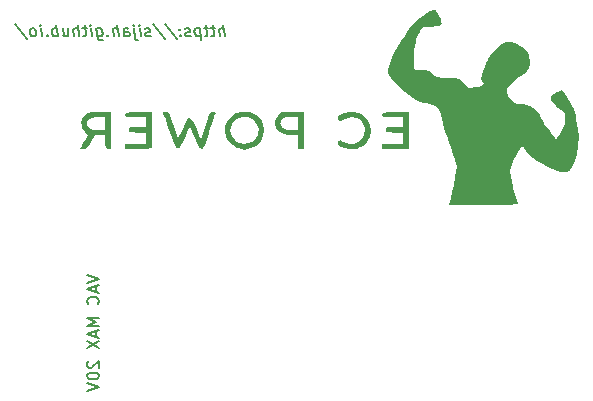
<source format=gbr>
%TF.GenerationSoftware,KiCad,Pcbnew,7.0.5*%
%TF.CreationDate,2023-07-04T22:36:34+05:30*%
%TF.ProjectId,BUCK_LOW_EMI,4255434b-5f4c-44f5-975f-454d492e6b69,rev?*%
%TF.SameCoordinates,Original*%
%TF.FileFunction,Legend,Bot*%
%TF.FilePolarity,Positive*%
%FSLAX46Y46*%
G04 Gerber Fmt 4.6, Leading zero omitted, Abs format (unit mm)*
G04 Created by KiCad (PCBNEW 7.0.5) date 2023-07-04 22:36:34*
%MOMM*%
%LPD*%
G01*
G04 APERTURE LIST*
%ADD10C,0.200000*%
%ADD11C,0.150000*%
G04 APERTURE END LIST*
D10*
X81236279Y-63867219D02*
X81111279Y-62867219D01*
X80807707Y-63867219D02*
X80742231Y-63343409D01*
X80742231Y-63343409D02*
X80777945Y-63248171D01*
X80777945Y-63248171D02*
X80867231Y-63200552D01*
X80867231Y-63200552D02*
X81010088Y-63200552D01*
X81010088Y-63200552D02*
X81111279Y-63248171D01*
X81111279Y-63248171D02*
X81164850Y-63295790D01*
X80391040Y-63200552D02*
X80010088Y-63200552D01*
X80206517Y-62867219D02*
X80313660Y-63724361D01*
X80313660Y-63724361D02*
X80277945Y-63819600D01*
X80277945Y-63819600D02*
X80188660Y-63867219D01*
X80188660Y-63867219D02*
X80093421Y-63867219D01*
X79819611Y-63200552D02*
X79438659Y-63200552D01*
X79635088Y-62867219D02*
X79742231Y-63724361D01*
X79742231Y-63724361D02*
X79706516Y-63819600D01*
X79706516Y-63819600D02*
X79617231Y-63867219D01*
X79617231Y-63867219D02*
X79521992Y-63867219D01*
X79105325Y-63200552D02*
X79230325Y-64200552D01*
X79111278Y-63248171D02*
X79010087Y-63200552D01*
X79010087Y-63200552D02*
X78819611Y-63200552D01*
X78819611Y-63200552D02*
X78730325Y-63248171D01*
X78730325Y-63248171D02*
X78688659Y-63295790D01*
X78688659Y-63295790D02*
X78652944Y-63391028D01*
X78652944Y-63391028D02*
X78688659Y-63676742D01*
X78688659Y-63676742D02*
X78748182Y-63771980D01*
X78748182Y-63771980D02*
X78801754Y-63819600D01*
X78801754Y-63819600D02*
X78902944Y-63867219D01*
X78902944Y-63867219D02*
X79093421Y-63867219D01*
X79093421Y-63867219D02*
X79182706Y-63819600D01*
X78325563Y-63819600D02*
X78236278Y-63867219D01*
X78236278Y-63867219D02*
X78045801Y-63867219D01*
X78045801Y-63867219D02*
X77944611Y-63819600D01*
X77944611Y-63819600D02*
X77885087Y-63724361D01*
X77885087Y-63724361D02*
X77879135Y-63676742D01*
X77879135Y-63676742D02*
X77914849Y-63581504D01*
X77914849Y-63581504D02*
X78004135Y-63533885D01*
X78004135Y-63533885D02*
X78146992Y-63533885D01*
X78146992Y-63533885D02*
X78236278Y-63486266D01*
X78236278Y-63486266D02*
X78271992Y-63391028D01*
X78271992Y-63391028D02*
X78266040Y-63343409D01*
X78266040Y-63343409D02*
X78206516Y-63248171D01*
X78206516Y-63248171D02*
X78105325Y-63200552D01*
X78105325Y-63200552D02*
X77962468Y-63200552D01*
X77962468Y-63200552D02*
X77873182Y-63248171D01*
X77462468Y-63771980D02*
X77420801Y-63819600D01*
X77420801Y-63819600D02*
X77474373Y-63867219D01*
X77474373Y-63867219D02*
X77516039Y-63819600D01*
X77516039Y-63819600D02*
X77462468Y-63771980D01*
X77462468Y-63771980D02*
X77474373Y-63867219D01*
X77396992Y-63248171D02*
X77355325Y-63295790D01*
X77355325Y-63295790D02*
X77408896Y-63343409D01*
X77408896Y-63343409D02*
X77450563Y-63295790D01*
X77450563Y-63295790D02*
X77396992Y-63248171D01*
X77396992Y-63248171D02*
X77408896Y-63343409D01*
X76152945Y-62819600D02*
X77170802Y-64105314D01*
X75105326Y-62819600D02*
X76123183Y-64105314D01*
X74944611Y-63819600D02*
X74855326Y-63867219D01*
X74855326Y-63867219D02*
X74664849Y-63867219D01*
X74664849Y-63867219D02*
X74563659Y-63819600D01*
X74563659Y-63819600D02*
X74504135Y-63724361D01*
X74504135Y-63724361D02*
X74498183Y-63676742D01*
X74498183Y-63676742D02*
X74533897Y-63581504D01*
X74533897Y-63581504D02*
X74623183Y-63533885D01*
X74623183Y-63533885D02*
X74766040Y-63533885D01*
X74766040Y-63533885D02*
X74855326Y-63486266D01*
X74855326Y-63486266D02*
X74891040Y-63391028D01*
X74891040Y-63391028D02*
X74885088Y-63343409D01*
X74885088Y-63343409D02*
X74825564Y-63248171D01*
X74825564Y-63248171D02*
X74724373Y-63200552D01*
X74724373Y-63200552D02*
X74581516Y-63200552D01*
X74581516Y-63200552D02*
X74492230Y-63248171D01*
X74093421Y-63867219D02*
X74010087Y-63200552D01*
X73968421Y-62867219D02*
X74021992Y-62914838D01*
X74021992Y-62914838D02*
X73980325Y-62962457D01*
X73980325Y-62962457D02*
X73926754Y-62914838D01*
X73926754Y-62914838D02*
X73968421Y-62867219D01*
X73968421Y-62867219D02*
X73980325Y-62962457D01*
X73533897Y-63200552D02*
X73641040Y-64057695D01*
X73641040Y-64057695D02*
X73700564Y-64152933D01*
X73700564Y-64152933D02*
X73801754Y-64200552D01*
X73801754Y-64200552D02*
X73849374Y-64200552D01*
X73492231Y-62867219D02*
X73545802Y-62914838D01*
X73545802Y-62914838D02*
X73504135Y-62962457D01*
X73504135Y-62962457D02*
X73450564Y-62914838D01*
X73450564Y-62914838D02*
X73492231Y-62867219D01*
X73492231Y-62867219D02*
X73504135Y-62962457D01*
X72712469Y-63867219D02*
X72646993Y-63343409D01*
X72646993Y-63343409D02*
X72682707Y-63248171D01*
X72682707Y-63248171D02*
X72771993Y-63200552D01*
X72771993Y-63200552D02*
X72962469Y-63200552D01*
X72962469Y-63200552D02*
X73063660Y-63248171D01*
X72706517Y-63819600D02*
X72807707Y-63867219D01*
X72807707Y-63867219D02*
X73045803Y-63867219D01*
X73045803Y-63867219D02*
X73135088Y-63819600D01*
X73135088Y-63819600D02*
X73170803Y-63724361D01*
X73170803Y-63724361D02*
X73158898Y-63629123D01*
X73158898Y-63629123D02*
X73099374Y-63533885D01*
X73099374Y-63533885D02*
X72998184Y-63486266D01*
X72998184Y-63486266D02*
X72760088Y-63486266D01*
X72760088Y-63486266D02*
X72658898Y-63438647D01*
X72236279Y-63867219D02*
X72111279Y-62867219D01*
X71807707Y-63867219D02*
X71742231Y-63343409D01*
X71742231Y-63343409D02*
X71777945Y-63248171D01*
X71777945Y-63248171D02*
X71867231Y-63200552D01*
X71867231Y-63200552D02*
X72010088Y-63200552D01*
X72010088Y-63200552D02*
X72111279Y-63248171D01*
X72111279Y-63248171D02*
X72164850Y-63295790D01*
X71319612Y-63771980D02*
X71277945Y-63819600D01*
X71277945Y-63819600D02*
X71331517Y-63867219D01*
X71331517Y-63867219D02*
X71373183Y-63819600D01*
X71373183Y-63819600D02*
X71319612Y-63771980D01*
X71319612Y-63771980D02*
X71331517Y-63867219D01*
X70343422Y-63200552D02*
X70444612Y-64010076D01*
X70444612Y-64010076D02*
X70504136Y-64105314D01*
X70504136Y-64105314D02*
X70557708Y-64152933D01*
X70557708Y-64152933D02*
X70658898Y-64200552D01*
X70658898Y-64200552D02*
X70801755Y-64200552D01*
X70801755Y-64200552D02*
X70891041Y-64152933D01*
X70420803Y-63819600D02*
X70521993Y-63867219D01*
X70521993Y-63867219D02*
X70712470Y-63867219D01*
X70712470Y-63867219D02*
X70801755Y-63819600D01*
X70801755Y-63819600D02*
X70843422Y-63771980D01*
X70843422Y-63771980D02*
X70879136Y-63676742D01*
X70879136Y-63676742D02*
X70843422Y-63391028D01*
X70843422Y-63391028D02*
X70783898Y-63295790D01*
X70783898Y-63295790D02*
X70730327Y-63248171D01*
X70730327Y-63248171D02*
X70629136Y-63200552D01*
X70629136Y-63200552D02*
X70438660Y-63200552D01*
X70438660Y-63200552D02*
X70349374Y-63248171D01*
X69950565Y-63867219D02*
X69867231Y-63200552D01*
X69825565Y-62867219D02*
X69879136Y-62914838D01*
X69879136Y-62914838D02*
X69837469Y-62962457D01*
X69837469Y-62962457D02*
X69783898Y-62914838D01*
X69783898Y-62914838D02*
X69825565Y-62867219D01*
X69825565Y-62867219D02*
X69837469Y-62962457D01*
X69533898Y-63200552D02*
X69152946Y-63200552D01*
X69349375Y-62867219D02*
X69456518Y-63724361D01*
X69456518Y-63724361D02*
X69420803Y-63819600D01*
X69420803Y-63819600D02*
X69331518Y-63867219D01*
X69331518Y-63867219D02*
X69236279Y-63867219D01*
X68902946Y-63867219D02*
X68777946Y-62867219D01*
X68474374Y-63867219D02*
X68408898Y-63343409D01*
X68408898Y-63343409D02*
X68444612Y-63248171D01*
X68444612Y-63248171D02*
X68533898Y-63200552D01*
X68533898Y-63200552D02*
X68676755Y-63200552D01*
X68676755Y-63200552D02*
X68777946Y-63248171D01*
X68777946Y-63248171D02*
X68831517Y-63295790D01*
X67486279Y-63200552D02*
X67569612Y-63867219D01*
X67914850Y-63200552D02*
X67980327Y-63724361D01*
X67980327Y-63724361D02*
X67944612Y-63819600D01*
X67944612Y-63819600D02*
X67855327Y-63867219D01*
X67855327Y-63867219D02*
X67712469Y-63867219D01*
X67712469Y-63867219D02*
X67611279Y-63819600D01*
X67611279Y-63819600D02*
X67557707Y-63771980D01*
X67093422Y-63867219D02*
X66968422Y-62867219D01*
X67016041Y-63248171D02*
X66914850Y-63200552D01*
X66914850Y-63200552D02*
X66724374Y-63200552D01*
X66724374Y-63200552D02*
X66635088Y-63248171D01*
X66635088Y-63248171D02*
X66593422Y-63295790D01*
X66593422Y-63295790D02*
X66557707Y-63391028D01*
X66557707Y-63391028D02*
X66593422Y-63676742D01*
X66593422Y-63676742D02*
X66652945Y-63771980D01*
X66652945Y-63771980D02*
X66706517Y-63819600D01*
X66706517Y-63819600D02*
X66807707Y-63867219D01*
X66807707Y-63867219D02*
X66998184Y-63867219D01*
X66998184Y-63867219D02*
X67087469Y-63819600D01*
X66176755Y-63771980D02*
X66135088Y-63819600D01*
X66135088Y-63819600D02*
X66188660Y-63867219D01*
X66188660Y-63867219D02*
X66230326Y-63819600D01*
X66230326Y-63819600D02*
X66176755Y-63771980D01*
X66176755Y-63771980D02*
X66188660Y-63867219D01*
X65712470Y-63867219D02*
X65629136Y-63200552D01*
X65587470Y-62867219D02*
X65641041Y-62914838D01*
X65641041Y-62914838D02*
X65599374Y-62962457D01*
X65599374Y-62962457D02*
X65545803Y-62914838D01*
X65545803Y-62914838D02*
X65587470Y-62867219D01*
X65587470Y-62867219D02*
X65599374Y-62962457D01*
X65093423Y-63867219D02*
X65182708Y-63819600D01*
X65182708Y-63819600D02*
X65224375Y-63771980D01*
X65224375Y-63771980D02*
X65260089Y-63676742D01*
X65260089Y-63676742D02*
X65224375Y-63391028D01*
X65224375Y-63391028D02*
X65164851Y-63295790D01*
X65164851Y-63295790D02*
X65111280Y-63248171D01*
X65111280Y-63248171D02*
X65010089Y-63200552D01*
X65010089Y-63200552D02*
X64867232Y-63200552D01*
X64867232Y-63200552D02*
X64777946Y-63248171D01*
X64777946Y-63248171D02*
X64736280Y-63295790D01*
X64736280Y-63295790D02*
X64700565Y-63391028D01*
X64700565Y-63391028D02*
X64736280Y-63676742D01*
X64736280Y-63676742D02*
X64795803Y-63771980D01*
X64795803Y-63771980D02*
X64849375Y-63819600D01*
X64849375Y-63819600D02*
X64950565Y-63867219D01*
X64950565Y-63867219D02*
X65093423Y-63867219D01*
X63486280Y-62819600D02*
X64504137Y-64105314D01*
D11*
X69569819Y-84093922D02*
X70569819Y-84427255D01*
X70569819Y-84427255D02*
X69569819Y-84760588D01*
X70284104Y-85046303D02*
X70284104Y-85522493D01*
X70569819Y-84951065D02*
X69569819Y-85284398D01*
X69569819Y-85284398D02*
X70569819Y-85617731D01*
X70474580Y-86522493D02*
X70522200Y-86474874D01*
X70522200Y-86474874D02*
X70569819Y-86332017D01*
X70569819Y-86332017D02*
X70569819Y-86236779D01*
X70569819Y-86236779D02*
X70522200Y-86093922D01*
X70522200Y-86093922D02*
X70426961Y-85998684D01*
X70426961Y-85998684D02*
X70331723Y-85951065D01*
X70331723Y-85951065D02*
X70141247Y-85903446D01*
X70141247Y-85903446D02*
X69998390Y-85903446D01*
X69998390Y-85903446D02*
X69807914Y-85951065D01*
X69807914Y-85951065D02*
X69712676Y-85998684D01*
X69712676Y-85998684D02*
X69617438Y-86093922D01*
X69617438Y-86093922D02*
X69569819Y-86236779D01*
X69569819Y-86236779D02*
X69569819Y-86332017D01*
X69569819Y-86332017D02*
X69617438Y-86474874D01*
X69617438Y-86474874D02*
X69665057Y-86522493D01*
X70569819Y-87712970D02*
X69569819Y-87712970D01*
X69569819Y-87712970D02*
X70284104Y-88046303D01*
X70284104Y-88046303D02*
X69569819Y-88379636D01*
X69569819Y-88379636D02*
X70569819Y-88379636D01*
X70284104Y-88808208D02*
X70284104Y-89284398D01*
X70569819Y-88712970D02*
X69569819Y-89046303D01*
X69569819Y-89046303D02*
X70569819Y-89379636D01*
X69569819Y-89617732D02*
X70569819Y-90284398D01*
X69569819Y-90284398D02*
X70569819Y-89617732D01*
X69665057Y-91379637D02*
X69617438Y-91427256D01*
X69617438Y-91427256D02*
X69569819Y-91522494D01*
X69569819Y-91522494D02*
X69569819Y-91760589D01*
X69569819Y-91760589D02*
X69617438Y-91855827D01*
X69617438Y-91855827D02*
X69665057Y-91903446D01*
X69665057Y-91903446D02*
X69760295Y-91951065D01*
X69760295Y-91951065D02*
X69855533Y-91951065D01*
X69855533Y-91951065D02*
X69998390Y-91903446D01*
X69998390Y-91903446D02*
X70569819Y-91332018D01*
X70569819Y-91332018D02*
X70569819Y-91951065D01*
X69569819Y-92570113D02*
X69569819Y-92665351D01*
X69569819Y-92665351D02*
X69617438Y-92760589D01*
X69617438Y-92760589D02*
X69665057Y-92808208D01*
X69665057Y-92808208D02*
X69760295Y-92855827D01*
X69760295Y-92855827D02*
X69950771Y-92903446D01*
X69950771Y-92903446D02*
X70188866Y-92903446D01*
X70188866Y-92903446D02*
X70379342Y-92855827D01*
X70379342Y-92855827D02*
X70474580Y-92808208D01*
X70474580Y-92808208D02*
X70522200Y-92760589D01*
X70522200Y-92760589D02*
X70569819Y-92665351D01*
X70569819Y-92665351D02*
X70569819Y-92570113D01*
X70569819Y-92570113D02*
X70522200Y-92474875D01*
X70522200Y-92474875D02*
X70474580Y-92427256D01*
X70474580Y-92427256D02*
X70379342Y-92379637D01*
X70379342Y-92379637D02*
X70188866Y-92332018D01*
X70188866Y-92332018D02*
X69950771Y-92332018D01*
X69950771Y-92332018D02*
X69760295Y-92379637D01*
X69760295Y-92379637D02*
X69665057Y-92427256D01*
X69665057Y-92427256D02*
X69617438Y-92474875D01*
X69617438Y-92474875D02*
X69569819Y-92570113D01*
X69569819Y-93189161D02*
X70569819Y-93522494D01*
X70569819Y-93522494D02*
X69569819Y-93855827D01*
%TO.C,G\u002A\u002A\u002A*%
G36*
X99074269Y-61676373D02*
G01*
X99115942Y-61703410D01*
X99240917Y-61862692D01*
X99374110Y-62107584D01*
X99490557Y-62382087D01*
X99565293Y-62630198D01*
X99573354Y-62795919D01*
X99539486Y-62859253D01*
X99463342Y-62912238D01*
X99320600Y-62956725D01*
X99085731Y-62998461D01*
X98733208Y-63043193D01*
X98237500Y-63096668D01*
X98064661Y-63115483D01*
X97935682Y-63131417D01*
X97927850Y-63133887D01*
X97840512Y-63234862D01*
X97717881Y-63455770D01*
X97577861Y-63761182D01*
X97438354Y-64115667D01*
X97386101Y-64322543D01*
X97329726Y-64658421D01*
X97277960Y-65070855D01*
X97237583Y-65512667D01*
X97218535Y-65781014D01*
X97198788Y-66190354D01*
X97211768Y-66466877D01*
X97268912Y-66634274D01*
X97381655Y-66716237D01*
X97561434Y-66736461D01*
X97819684Y-66718636D01*
X98239053Y-66742845D01*
X98685954Y-66907839D01*
X99054956Y-67196990D01*
X99088450Y-67231760D01*
X99195104Y-67306624D01*
X99348681Y-67350152D01*
X99589933Y-67370377D01*
X99959611Y-67375333D01*
X100393595Y-67384864D01*
X100750738Y-67426833D01*
X101029377Y-67517081D01*
X101276509Y-67671383D01*
X101539126Y-67905512D01*
X101898585Y-68256522D01*
X102460561Y-68160260D01*
X102643481Y-68126764D01*
X102950085Y-68049789D01*
X103109303Y-67963714D01*
X103136327Y-67857083D01*
X103046349Y-67718437D01*
X102964358Y-67607744D01*
X102936482Y-67458424D01*
X102985752Y-67229603D01*
X103005332Y-67161647D01*
X103095972Y-66846327D01*
X103187170Y-66528230D01*
X103213413Y-66444912D01*
X103341137Y-66136258D01*
X103486834Y-65880160D01*
X103519771Y-65833027D01*
X103632741Y-65651613D01*
X103679424Y-65541930D01*
X103686384Y-65523176D01*
X103775643Y-65399067D01*
X103945990Y-65198085D01*
X104169767Y-64953428D01*
X104173023Y-64949982D01*
X104436761Y-64683624D01*
X104638917Y-64519491D01*
X104823747Y-64428312D01*
X105035510Y-64380814D01*
X105087802Y-64373783D01*
X105517924Y-64377200D01*
X105940555Y-64504436D01*
X106399803Y-64768009D01*
X106667444Y-64975462D01*
X106864539Y-65217842D01*
X106977629Y-65520099D01*
X107036001Y-65936000D01*
X107040501Y-66231100D01*
X106976915Y-66519009D01*
X106819446Y-66776369D01*
X106547398Y-67035339D01*
X106140074Y-67328076D01*
X105707791Y-67641801D01*
X105353349Y-67979238D01*
X105156870Y-68295639D01*
X105114803Y-68601179D01*
X105223599Y-68906031D01*
X105479705Y-69220372D01*
X105647471Y-69378451D01*
X105829701Y-69508782D01*
X106016129Y-69564748D01*
X106274370Y-69576667D01*
X106572064Y-69600731D01*
X107088512Y-69765925D01*
X107538090Y-70074717D01*
X107894067Y-70511678D01*
X108021257Y-70737421D01*
X108152665Y-71010710D01*
X108222763Y-71209565D01*
X108245145Y-71277564D01*
X108378701Y-71492056D01*
X108576422Y-71696619D01*
X108634426Y-71747708D01*
X108871845Y-72011067D01*
X109055895Y-72290367D01*
X109230673Y-72632960D01*
X109505015Y-72250945D01*
X109610614Y-72098713D01*
X109855600Y-71666598D01*
X109987769Y-71257082D01*
X110027334Y-70814579D01*
X110025419Y-70667601D01*
X109999010Y-70440133D01*
X109921286Y-70284555D01*
X109766838Y-70134526D01*
X109711781Y-70089292D01*
X109543464Y-69965170D01*
X109446100Y-69915333D01*
X109389691Y-69878753D01*
X109250656Y-69742112D01*
X109071285Y-69539001D01*
X108950097Y-69389778D01*
X108836614Y-69217256D01*
X108810076Y-69088128D01*
X108852109Y-68953293D01*
X108872092Y-68916646D01*
X109062354Y-68733361D01*
X109380157Y-68564114D01*
X109394617Y-68558079D01*
X109574930Y-68481916D01*
X109708331Y-68442498D01*
X109817343Y-68457790D01*
X109924491Y-68545755D01*
X110052298Y-68724357D01*
X110223290Y-69011560D01*
X110459989Y-69425330D01*
X110511690Y-69515750D01*
X110654697Y-69774854D01*
X110763930Y-70001755D01*
X110848714Y-70229800D01*
X110918377Y-70492334D01*
X110982248Y-70822704D01*
X111049652Y-71254255D01*
X111129919Y-71820333D01*
X111173582Y-72303655D01*
X111150035Y-73116001D01*
X111013310Y-73898756D01*
X110770372Y-74598117D01*
X110755409Y-74630330D01*
X110606029Y-74918060D01*
X110463475Y-75141381D01*
X110356751Y-75254283D01*
X110071935Y-75342130D01*
X109664880Y-75325459D01*
X109162957Y-75182888D01*
X108558615Y-74912984D01*
X108124727Y-74684509D01*
X107671800Y-74414355D01*
X107316838Y-74152325D01*
X107024649Y-73871662D01*
X106760041Y-73545611D01*
X106446582Y-73118594D01*
X106250452Y-73358464D01*
X106236767Y-73375468D01*
X106048155Y-73650182D01*
X105844479Y-74004250D01*
X105653486Y-74382948D01*
X105502923Y-74731551D01*
X105420535Y-74995333D01*
X105419475Y-75001028D01*
X105408355Y-75269257D01*
X105440248Y-75653086D01*
X105507467Y-76107932D01*
X105602326Y-76589214D01*
X105717139Y-77052352D01*
X105844220Y-77452763D01*
X105847613Y-77461970D01*
X105948690Y-77744714D01*
X106020611Y-77961692D01*
X106048000Y-78066596D01*
X105990684Y-78078674D01*
X105782431Y-78092064D01*
X105440222Y-78103924D01*
X104983321Y-78113852D01*
X104430995Y-78121443D01*
X103802508Y-78126293D01*
X103117126Y-78128000D01*
X100186251Y-78128000D01*
X100241573Y-77937500D01*
X100265102Y-77853031D01*
X100351153Y-77511112D01*
X100460900Y-77039099D01*
X100588232Y-76463755D01*
X100727035Y-75811846D01*
X100919294Y-74892692D01*
X100725367Y-74372513D01*
X100689415Y-74274252D01*
X100562309Y-73909822D01*
X100419537Y-73481970D01*
X100285721Y-73063981D01*
X100234497Y-72902803D01*
X100100585Y-72504109D01*
X99970301Y-72142986D01*
X99865815Y-71881847D01*
X99767108Y-71602729D01*
X99669373Y-71229085D01*
X99596957Y-70849867D01*
X99520234Y-70463593D01*
X99376928Y-70108323D01*
X99152220Y-69856262D01*
X98816938Y-69676964D01*
X98341911Y-69539982D01*
X98150958Y-69495168D01*
X97758846Y-69386578D01*
X97427531Y-69258448D01*
X97122097Y-69089602D01*
X96807628Y-68858869D01*
X96449208Y-68545075D01*
X96011921Y-68127046D01*
X95895036Y-68012723D01*
X95538328Y-67657337D01*
X95287376Y-67382271D01*
X95129578Y-67158171D01*
X95052329Y-66955683D01*
X95043028Y-66745451D01*
X95089072Y-66498122D01*
X95177858Y-66184341D01*
X95207287Y-66089570D01*
X95475795Y-65422048D01*
X95860332Y-64703676D01*
X96340400Y-63973437D01*
X96438123Y-63836316D01*
X96653903Y-63523417D01*
X96831068Y-63253169D01*
X96938584Y-63072321D01*
X97042169Y-62928366D01*
X97256613Y-62711199D01*
X97515328Y-62501453D01*
X97729738Y-62343768D01*
X97992174Y-62140422D01*
X98180374Y-61982735D01*
X98300329Y-61889154D01*
X98577172Y-61743685D01*
X98856834Y-61665327D01*
X99074269Y-61676373D01*
G37*
G36*
X92559322Y-70344053D02*
G01*
X92728053Y-70426662D01*
X93053221Y-70687090D01*
X93331097Y-71032501D01*
X93525354Y-71412827D01*
X93599669Y-71778000D01*
X93597448Y-71873408D01*
X93497774Y-72357352D01*
X93267846Y-72786295D01*
X92931791Y-73125524D01*
X92513735Y-73340328D01*
X92432965Y-73363052D01*
X92080733Y-73413869D01*
X91721475Y-73402610D01*
X91384582Y-73339371D01*
X91099448Y-73234244D01*
X90895463Y-73097323D01*
X90802021Y-72938702D01*
X90848514Y-72768474D01*
X90873931Y-72734539D01*
X90952629Y-72666128D01*
X91056352Y-72683428D01*
X91243680Y-72789564D01*
X91343477Y-72844733D01*
X91750487Y-72967829D01*
X92152379Y-72950403D01*
X92518399Y-72808850D01*
X92817792Y-72559564D01*
X93019806Y-72218940D01*
X93093684Y-71803371D01*
X93082441Y-71644543D01*
X92956316Y-71272122D01*
X92715632Y-70980041D01*
X92392346Y-70783573D01*
X92018417Y-70697990D01*
X91625799Y-70738564D01*
X91246451Y-70920569D01*
X91199988Y-70953512D01*
X91051998Y-71043388D01*
X90958795Y-71036256D01*
X90853193Y-70934492D01*
X90779230Y-70832570D01*
X90769795Y-70696034D01*
X90898304Y-70564486D01*
X91178279Y-70416377D01*
X91304600Y-70366717D01*
X91730095Y-70274794D01*
X92175388Y-70265822D01*
X92559322Y-70344053D01*
G37*
G36*
X84542667Y-71820333D02*
G01*
X84466501Y-72336550D01*
X84246615Y-72775922D01*
X83896903Y-73118264D01*
X83431256Y-73344524D01*
X83135284Y-73428615D01*
X82911095Y-73457485D01*
X82684009Y-73430112D01*
X82375558Y-73346653D01*
X82281428Y-73315052D01*
X81879079Y-73097085D01*
X81545330Y-72786878D01*
X81330527Y-72428655D01*
X81284377Y-72268893D01*
X81248537Y-71910242D01*
X81700012Y-71910242D01*
X81814961Y-72305340D01*
X82089205Y-72668792D01*
X82097307Y-72676512D01*
X82289037Y-72824072D01*
X82509300Y-72903447D01*
X82828081Y-72940360D01*
X83136611Y-72937454D01*
X83515993Y-72835531D01*
X83797408Y-72605441D01*
X83999853Y-72235762D01*
X84029867Y-72149421D01*
X84083893Y-71725765D01*
X83971368Y-71332623D01*
X83692331Y-70970151D01*
X83564833Y-70857526D01*
X83406324Y-70768038D01*
X83202551Y-70728535D01*
X82891667Y-70719667D01*
X82644400Y-70724285D01*
X82420194Y-70754528D01*
X82256344Y-70830034D01*
X82091004Y-70970151D01*
X81947884Y-71127987D01*
X81744328Y-71509218D01*
X81700012Y-71910242D01*
X81248537Y-71910242D01*
X81244236Y-71867197D01*
X81280341Y-71451708D01*
X81388965Y-71106687D01*
X81420644Y-71047680D01*
X81732595Y-70658280D01*
X82146486Y-70393157D01*
X82632910Y-70272042D01*
X82865741Y-70258525D01*
X83323028Y-70284582D01*
X83689131Y-70400399D01*
X84006756Y-70616687D01*
X84274068Y-70905977D01*
X84477830Y-71321648D01*
X84530372Y-71725765D01*
X84542667Y-71820333D01*
G37*
G36*
X96823154Y-73386667D02*
G01*
X94533334Y-73386667D01*
X94533334Y-72963333D01*
X96311334Y-72963333D01*
X96311334Y-72038592D01*
X95570500Y-72014129D01*
X95557715Y-72013707D01*
X95207581Y-71999942D01*
X94992723Y-71980011D01*
X94880127Y-71943392D01*
X94836780Y-71879563D01*
X94829667Y-71778000D01*
X94829669Y-71774347D01*
X94837381Y-71674054D01*
X94882306Y-71611182D01*
X94997458Y-71575210D01*
X95215852Y-71555613D01*
X95570500Y-71541870D01*
X96311334Y-71517407D01*
X96311334Y-70677333D01*
X95416445Y-70677333D01*
X95184691Y-70677078D01*
X94866506Y-70672724D01*
X94672930Y-70657916D01*
X94574840Y-70626260D01*
X94543108Y-70571364D01*
X94548612Y-70486833D01*
X94550012Y-70477167D01*
X94569084Y-70402357D01*
X94618571Y-70351673D01*
X94726256Y-70320422D01*
X94919922Y-70303910D01*
X95227354Y-70297445D01*
X95676334Y-70296333D01*
X96777000Y-70296333D01*
X96823154Y-73386667D01*
G37*
G36*
X87933154Y-73386667D02*
G01*
X87421334Y-73386667D01*
X87421334Y-72201333D01*
X86824463Y-72201333D01*
X86476605Y-72184732D01*
X86028541Y-72085648D01*
X85716274Y-71893266D01*
X85533522Y-71602975D01*
X85476652Y-71227667D01*
X85897334Y-71227667D01*
X85897832Y-71237505D01*
X85963244Y-71391760D01*
X86105152Y-71570182D01*
X86192046Y-71648715D01*
X86341007Y-71730655D01*
X86547500Y-71768692D01*
X86867152Y-71778000D01*
X87421334Y-71778000D01*
X87421334Y-70677333D01*
X86867152Y-70677333D01*
X86654594Y-70680468D01*
X86410956Y-70705602D01*
X86246352Y-70768772D01*
X86105152Y-70885151D01*
X86090741Y-70899885D01*
X85953670Y-71079353D01*
X85897334Y-71227667D01*
X85476652Y-71227667D01*
X85474000Y-71210163D01*
X85477344Y-71102761D01*
X85542762Y-70827353D01*
X85720860Y-70572836D01*
X85967720Y-70296333D01*
X87887000Y-70296333D01*
X87909129Y-71778000D01*
X87933154Y-73386667D01*
G37*
G36*
X80418033Y-70279012D02*
G01*
X80459470Y-70359833D01*
X80425886Y-70456861D01*
X80345298Y-70690951D01*
X80228005Y-71032207D01*
X80083492Y-71453033D01*
X79921245Y-71925833D01*
X79870024Y-72074847D01*
X79674538Y-72629225D01*
X79516813Y-73029219D01*
X79385159Y-73280306D01*
X79267885Y-73387962D01*
X79153301Y-73357662D01*
X79029718Y-73194882D01*
X78885445Y-72905100D01*
X78708792Y-72493790D01*
X78570374Y-72170508D01*
X78433099Y-71866257D01*
X78328642Y-71652864D01*
X78272480Y-71563333D01*
X78219012Y-71617575D01*
X78116134Y-71799991D01*
X77979485Y-72081917D01*
X77824062Y-72434230D01*
X77677601Y-72773146D01*
X77541119Y-73060523D01*
X77435431Y-73234854D01*
X77344879Y-73321128D01*
X77253807Y-73344333D01*
X77209888Y-73338973D01*
X77141329Y-73298336D01*
X77067948Y-73200199D01*
X76979959Y-73023946D01*
X76867578Y-72748960D01*
X76721022Y-72354628D01*
X76530506Y-71820333D01*
X76518389Y-71786007D01*
X76352157Y-71314036D01*
X76207710Y-70902059D01*
X76093731Y-70574984D01*
X76018903Y-70357717D01*
X75991906Y-70275167D01*
X76060613Y-70260409D01*
X76233948Y-70254000D01*
X76327759Y-70259705D01*
X76411261Y-70295173D01*
X76487471Y-70386545D01*
X76571816Y-70559934D01*
X76679722Y-70841450D01*
X76826615Y-71257208D01*
X76837671Y-71288937D01*
X76969726Y-71675476D01*
X77077469Y-72004259D01*
X77150061Y-72241366D01*
X77176667Y-72352878D01*
X77178482Y-72373835D01*
X77254469Y-72493424D01*
X77292469Y-72470460D01*
X77384241Y-72323316D01*
X77506225Y-72069835D01*
X77642443Y-71741000D01*
X77813538Y-71323704D01*
X77989826Y-70977834D01*
X78147490Y-70795542D01*
X78298320Y-70776345D01*
X78454101Y-70919762D01*
X78626621Y-71225311D01*
X78827667Y-71692508D01*
X78942730Y-71973904D01*
X79068561Y-72265883D01*
X79162045Y-72464406D01*
X79208667Y-72537292D01*
X79217740Y-72526604D01*
X79272913Y-72398300D01*
X79364349Y-72147667D01*
X79481781Y-71803574D01*
X79614943Y-71394885D01*
X79691097Y-71156551D01*
X79815120Y-70777546D01*
X79907948Y-70523005D01*
X79983107Y-70368154D01*
X80054124Y-70288219D01*
X80134525Y-70258426D01*
X80237835Y-70254000D01*
X80418033Y-70279012D01*
G37*
G36*
X75040963Y-71732558D02*
G01*
X75045461Y-72095765D01*
X75046842Y-72538921D01*
X75043226Y-72903873D01*
X75034975Y-73160262D01*
X75022453Y-73277724D01*
X75010608Y-73295404D01*
X74911887Y-73338147D01*
X74703251Y-73366353D01*
X74364973Y-73381901D01*
X73877324Y-73386667D01*
X72774000Y-73386667D01*
X72774000Y-72963333D01*
X74552000Y-72963333D01*
X74552000Y-72038592D01*
X73811167Y-72014129D01*
X73798382Y-72013707D01*
X73448248Y-71999942D01*
X73233389Y-71980011D01*
X73120794Y-71943392D01*
X73077446Y-71879563D01*
X73070334Y-71778000D01*
X73070335Y-71774347D01*
X73078047Y-71674054D01*
X73122973Y-71611182D01*
X73238125Y-71575210D01*
X73456519Y-71555613D01*
X73811167Y-71541870D01*
X74552000Y-71517407D01*
X74552000Y-70677333D01*
X73657112Y-70677333D01*
X73425357Y-70677078D01*
X73107172Y-70672724D01*
X72913597Y-70657916D01*
X72815506Y-70626260D01*
X72783775Y-70571364D01*
X72789279Y-70486833D01*
X72790679Y-70477167D01*
X72809751Y-70402357D01*
X72859238Y-70351673D01*
X72966923Y-70320422D01*
X73160589Y-70303910D01*
X73468020Y-70297445D01*
X73917000Y-70296333D01*
X75017667Y-70296333D01*
X75040963Y-71732558D01*
G37*
G36*
X71588667Y-73397914D02*
G01*
X71355834Y-73371124D01*
X71305191Y-73364668D01*
X71201592Y-73332714D01*
X71143841Y-73249686D01*
X71114959Y-73076191D01*
X71097965Y-72772833D01*
X71072930Y-72201333D01*
X70249147Y-72201333D01*
X69883428Y-72794000D01*
X69788676Y-72945917D01*
X69628251Y-73183005D01*
X69504403Y-73315821D01*
X69384991Y-73373873D01*
X69237876Y-73386667D01*
X69053632Y-73377213D01*
X69004329Y-73325402D01*
X69058219Y-73196167D01*
X69099098Y-73123233D01*
X69235858Y-72900813D01*
X69399864Y-72651745D01*
X69442121Y-72589549D01*
X69581758Y-72365294D01*
X69624476Y-72218560D01*
X69572201Y-72100112D01*
X69426855Y-71960716D01*
X69378128Y-71916017D01*
X69147492Y-71590850D01*
X69099585Y-71361671D01*
X69577160Y-71361671D01*
X69726000Y-71608667D01*
X69780929Y-71657234D01*
X69927499Y-71731387D01*
X70147303Y-71768112D01*
X70488000Y-71778000D01*
X71080667Y-71778000D01*
X71080667Y-70677333D01*
X70541752Y-70677333D01*
X70204213Y-70691855D01*
X69963835Y-70746008D01*
X69779752Y-70852812D01*
X69758706Y-70869992D01*
X69588888Y-71103827D01*
X69577160Y-71361671D01*
X69099585Y-71361671D01*
X69072728Y-71233192D01*
X69154559Y-70873941D01*
X69393709Y-70543997D01*
X69472828Y-70470454D01*
X69585992Y-70387007D01*
X69720281Y-70333364D01*
X69912737Y-70301188D01*
X70200403Y-70282140D01*
X70620322Y-70267881D01*
X71588667Y-70239428D01*
X71588667Y-71778000D01*
X71588667Y-73397914D01*
G37*
%TD*%
M02*

</source>
